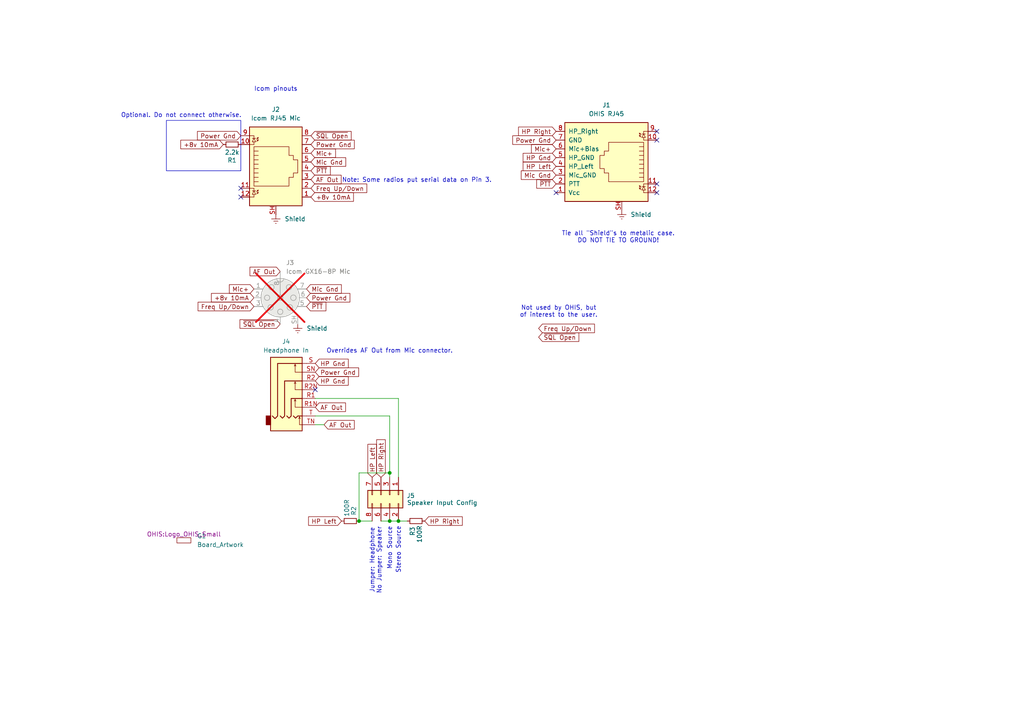
<source format=kicad_sch>
(kicad_sch (version 20231120) (generator "eeschema") (generator_version "8.0")
  (paper "A4")
  (lib_symbols
    (symbol "Connector:RJ45_LED_Shielded" (pin_names (offset 1.016))
      (property "Reference" "J" (at -5.08 13.97 0))
      (property "Value" "RJ45_LED_Shielded" (at 1.27 13.97 0))
      (symbol "RJ45_LED_Shielded_0_1"
        (polyline (pts (xy -7.62 -7.62) (xy -6.35 -7.62)))
        (polyline (pts (xy -7.62 -5.08) (xy -6.35 -5.08)))
        (polyline (pts (xy -7.62 7.62) (xy -6.35 7.62)))
        (polyline (pts (xy -7.62 10.16) (xy -6.35 10.16)))
        (polyline (pts (xy -6.858 -5.842) (xy -5.842 -5.842)))
        (polyline (pts (xy -6.858 9.398) (xy -5.842 9.398)))
        (polyline (pts (xy -6.35 -7.62) (xy -6.35 -6.858)))
        (polyline (pts (xy -6.35 -5.08) (xy -6.35 -5.842)))
        (polyline (pts (xy -6.35 7.62) (xy -6.35 8.382)))
        (polyline (pts (xy -6.35 10.16) (xy -6.35 9.398)))
        (polyline (pts (xy -5.08 -6.223) (xy -5.207 -6.604)))
        (polyline (pts (xy -5.08 -5.588) (xy -5.207 -5.969)))
        (polyline (pts (xy -5.08 4.445) (xy -6.35 4.445)))
        (polyline (pts (xy -5.08 5.715) (xy -6.35 5.715)))
        (polyline (pts (xy -5.08 9.017) (xy -5.207 8.636)))
        (polyline (pts (xy -5.08 9.652) (xy -5.207 9.271)))
        (polyline (pts (xy -6.35 -3.175) (xy -5.08 -3.175) (xy -5.08 -3.175)))
        (polyline (pts (xy -6.35 -1.905) (xy -5.08 -1.905) (xy -5.08 -1.905)))
        (polyline (pts (xy -6.35 -0.635) (xy -5.08 -0.635) (xy -5.08 -0.635)))
        (polyline (pts (xy -6.35 0.635) (xy -5.08 0.635) (xy -5.08 0.635)))
        (polyline (pts (xy -6.35 1.905) (xy -5.08 1.905) (xy -5.08 1.905)))
        (polyline (pts (xy -5.588 -6.731) (xy -5.08 -6.223) (xy -5.461 -6.35)))
        (polyline (pts (xy -5.588 -6.096) (xy -5.08 -5.588) (xy -5.461 -5.715)))
        (polyline (pts (xy -5.588 8.509) (xy -5.08 9.017) (xy -5.461 8.89)))
        (polyline (pts (xy -5.588 9.144) (xy -5.08 9.652) (xy -5.461 9.525)))
        (polyline (pts (xy -5.08 3.175) (xy -6.35 3.175) (xy -6.35 3.175)))
        (polyline (pts (xy -6.35 -5.842) (xy -6.858 -6.858) (xy -5.842 -6.858) (xy -6.35 -5.842)))
        (polyline (pts (xy -6.35 9.398) (xy -6.858 8.382) (xy -5.842 8.382) (xy -6.35 9.398)))
        (polyline (pts (xy -6.35 -4.445) (xy -6.35 6.985) (xy 3.81 6.985) (xy 3.81 4.445) (xy 5.08 4.445) (xy 5.08 3.175) (xy 6.35 3.175) (xy 6.35 -0.635) (xy 5.08 -0.635) (xy 5.08 -1.905) (xy 3.81 -1.905) (xy 3.81 -4.445) (xy -6.35 -4.445) (xy -6.35 -4.445)))
        (rectangle (start 7.62 12.7) (end -7.62 -10.16) (stroke (width 0.254)) (fill (type background)))
      )
      (symbol "RJ45_LED_Shielded_1_1"
        (pin passive line (at 10.16 -7.62 180) (length 2.54) (name "~") (number "1"))
        (pin passive line (at -10.16 7.62 0) (length 2.54) (name "~") (number "10"))
        (pin passive line (at -10.16 -5.08 0) (length 2.54) (name "~") (number "11"))
        (pin passive line (at -10.16 -7.62 0) (length 2.54) (name "~") (number "12"))
        (pin passive line (at 10.16 -5.08 180) (length 2.54) (name "~") (number "2"))
        (pin passive line (at 10.16 -2.54 180) (length 2.54) (name "~") (number "3"))
        (pin passive line (at 10.16 0 180) (length 2.54) (name "~") (number "4"))
        (pin passive line (at 10.16 2.54 180) (length 2.54) (name "~") (number "5"))
        (pin passive line (at 10.16 5.08 180) (length 2.54) (name "~") (number "6"))
        (pin passive line (at 10.16 7.62 180) (length 2.54) (name "~") (number "7"))
        (pin passive line (at 10.16 10.16 180) (length 2.54) (name "~") (number "8"))
        (pin passive line (at -10.16 10.16 0) (length 2.54) (name "~") (number "9"))
        (pin passive line (at 0 -12.7 90) (length 2.54) (name "~") (number "SH"))
      )
    )
    (symbol "Connector_Generic:Conn_02x04_Odd_Even" (pin_names (offset 1.016) hide)
      (property "Reference" "J" (at 1.27 5.08 0))
      (property "Value" "Conn_02x04_Odd_Even" (at 1.27 -7.62 0))
      (symbol "Conn_02x04_Odd_Even_1_1"
        (rectangle (start -1.27 -4.953) (end 0 -5.207) (stroke (width 0.1524)))
        (rectangle (start -1.27 -2.413) (end 0 -2.667) (stroke (width 0.1524)))
        (rectangle (start -1.27 0.127) (end 0 -0.127) (stroke (width 0.1524)))
        (rectangle (start -1.27 2.667) (end 0 2.413) (stroke (width 0.1524)))
        (rectangle (start -1.27 3.81) (end 3.81 -6.35) (stroke (width 0.254)) (fill (type background)))
        (rectangle (start 3.81 -4.953) (end 2.54 -5.207) (stroke (width 0.1524)))
        (rectangle (start 3.81 -2.413) (end 2.54 -2.667) (stroke (width 0.1524)))
        (rectangle (start 3.81 0.127) (end 2.54 -0.127) (stroke (width 0.1524)))
        (rectangle (start 3.81 2.667) (end 2.54 2.413) (stroke (width 0.1524)))
        (pin passive line (at -5.08 2.54 0) (length 3.81) (name "Pin_1") (number "1"))
        (pin passive line (at 7.62 2.54 180) (length 3.81) (name "Pin_2") (number "2"))
        (pin passive line (at -5.08 0 0) (length 3.81) (name "Pin_3") (number "3"))
        (pin passive line (at 7.62 0 180) (length 3.81) (name "Pin_4") (number "4"))
        (pin passive line (at -5.08 -2.54 0) (length 3.81) (name "Pin_5") (number "5"))
        (pin passive line (at 7.62 -2.54 180) (length 3.81) (name "Pin_6") (number "6"))
        (pin passive line (at -5.08 -5.08 0) (length 3.81) (name "Pin_7") (number "7"))
        (pin passive line (at 7.62 -5.08 180) (length 3.81) (name "Pin_8") (number "8"))
      )
    )
    (symbol "Device:R_Small" (pin_numbers hide) (pin_names (offset 0.254) hide)
      (property "Reference" "R" (at 0.762 0.508 0))
      (property "Value" "R_Small" (at 0.762 -1.016 0))
      (symbol "R_Small_0_1"
        (rectangle (start -0.762 1.778) (end 0.762 -1.778) (stroke (width 0.2032)))
      )
      (symbol "R_Small_1_1"
        (pin passive line (at 0 2.54 270) (length 0.762) (name "~") (number "1"))
        (pin passive line (at 0 -2.54 90) (length 0.762) (name "~") (number "2"))
      )
    )
    (symbol "OHIS:Conn_GX16-8p"
      (property "Reference" "J" (at -3.302 6.604 0))
      (symbol "Conn_GX16-8p_0_1"
        (circle (center -3.81 0) (radius 0.762))
        (circle (center -2.794 -2.794) (radius 0.762))
        (circle (center -2.54 3.048) (radius 0.762))
        (arc (start -1.016 5.588) (mid 0 4.572) (end 1.016 5.588))
        (circle (center 0 -4.064) (radius 0.762))
        (polyline (pts (xy 5.08 -5.08) (xy 3.81 -4.064)))
        (circle (center 0 0) (radius 0.762))
        (circle (center 2.54 3.048) (radius 0.762))
        (circle (center 2.794 -2.794) (radius 0.8032))
        (circle (center 3.81 0) (radius 0.8032))
      )
      (symbol "Conn_GX16-8p_1_1"
        (circle (center 0 0) (radius 5.588) (fill (type background)))
        (pin input line (at -7.62 2.54 0) (length 2.54) (name "") (number "1"))
        (pin input line (at -7.62 0 0) (length 2.032) (name "") (number "2"))
        (pin input line (at -7.62 -2.54 0) (length 2.54) (name "") (number "3"))
        (pin input line (at 0 -7.62 90) (length 2.032) (name "") (number "4"))
        (pin input line (at 7.62 -2.54 180) (length 2.54) (name "") (number "5"))
        (pin input line (at 7.62 0 180) (length 2.032) (name "") (number "6"))
        (pin input line (at 7.62 2.54 180) (length 2.54) (name "") (number "7"))
        (pin input line (at 0 7.62 270) (length 6.858) (name "") (number "8"))
        (pin input line (at 5.08 -7.62 90) (length 2.54) (name "") (number "SH"))
      )
    )
    (symbol "OHIS:Conn_RJ45_OHIS_LED_Shield" (pin_names (offset 1.016))
      (property "Reference" "J" (at -5.08 13.97 0))
      (property "Value" "Conn_RJ45_OHIS_LED_Shield" (at -8.89 17.78 0))
      (symbol "Conn_RJ45_OHIS_LED_Shield_0_1"
        (rectangle (start -7.62 12.7) (end 16.51 -10.16) (stroke (width 0.254)) (fill (type background)))
        (polyline (pts (xy -7.62 -7.62) (xy -6.35 -7.62)))
        (polyline (pts (xy -7.62 -5.08) (xy -6.35 -5.08)))
        (polyline (pts (xy -7.62 7.62) (xy -6.35 7.62)))
        (polyline (pts (xy -7.62 10.16) (xy -6.35 10.16)))
        (polyline (pts (xy -6.858 -5.842) (xy -5.842 -5.842)))
        (polyline (pts (xy -6.858 9.398) (xy -5.842 9.398)))
        (polyline (pts (xy -6.35 -7.62) (xy -6.35 -6.858)))
        (polyline (pts (xy -6.35 -5.08) (xy -6.35 -5.842)))
        (polyline (pts (xy -6.35 7.62) (xy -6.35 8.382)))
        (polyline (pts (xy -6.35 10.16) (xy -6.35 9.398)))
        (polyline (pts (xy -5.08 -6.223) (xy -5.207 -6.604)))
        (polyline (pts (xy -5.08 -5.588) (xy -5.207 -5.969)))
        (polyline (pts (xy -5.08 4.445) (xy -6.35 4.445)))
        (polyline (pts (xy -5.08 5.715) (xy -6.35 5.715)))
        (polyline (pts (xy -5.08 9.017) (xy -5.207 8.636)))
        (polyline (pts (xy -5.08 9.652) (xy -5.207 9.271)))
        (polyline (pts (xy -6.35 -3.175) (xy -5.08 -3.175) (xy -5.08 -3.175)))
        (polyline (pts (xy -6.35 -1.905) (xy -5.08 -1.905) (xy -5.08 -1.905)))
        (polyline (pts (xy -6.35 -0.635) (xy -5.08 -0.635) (xy -5.08 -0.635)))
        (polyline (pts (xy -6.35 0.635) (xy -5.08 0.635) (xy -5.08 0.635)))
        (polyline (pts (xy -6.35 1.905) (xy -5.08 1.905) (xy -5.08 1.905)))
        (polyline (pts (xy -5.588 -6.731) (xy -5.08 -6.223) (xy -5.461 -6.35)))
        (polyline (pts (xy -5.588 -6.096) (xy -5.08 -5.588) (xy -5.461 -5.715)))
        (polyline (pts (xy -5.588 8.509) (xy -5.08 9.017) (xy -5.461 8.89)))
        (polyline (pts (xy -5.588 9.144) (xy -5.08 9.652) (xy -5.461 9.525)))
        (polyline (pts (xy -5.08 3.175) (xy -6.35 3.175) (xy -6.35 3.175)))
        (polyline (pts (xy -6.35 -5.842) (xy -6.858 -6.858) (xy -5.842 -6.858) (xy -6.35 -5.842)))
        (polyline (pts (xy -6.35 9.398) (xy -6.858 8.382) (xy -5.842 8.382) (xy -6.35 9.398)))
        (polyline (pts (xy -6.35 -4.445) (xy -6.35 6.985) (xy 3.81 6.985) (xy 3.81 4.445) (xy 5.08 4.445) (xy 5.08 3.175) (xy 6.35 3.175) (xy 6.35 -0.635) (xy 5.08 -0.635) (xy 5.08 -1.905) (xy 3.81 -1.905) (xy 3.81 -4.445) (xy -6.35 -4.445) (xy -6.35 -4.445)))
      )
      (symbol "Conn_RJ45_OHIS_LED_Shield_1_1"
        (pin passive line (at 19.05 -7.62 180) (length 2.54) (name "Vcc") (number "1"))
        (pin passive line (at -10.16 7.62 0) (length 2.54) (name "~") (number "10"))
        (pin passive line (at -10.16 -5.08 0) (length 2.54) (name "~") (number "11"))
        (pin passive line (at -10.16 -7.62 0) (length 2.54) (name "~") (number "12"))
        (pin passive line (at 19.05 -5.08 180) (length 2.54) (name "PTT") (number "2"))
        (pin passive line (at 19.05 -2.54 180) (length 2.54) (name "Mic_GND") (number "3"))
        (pin passive line (at 19.05 0 180) (length 2.54) (name "HP_Left") (number "4"))
        (pin passive line (at 19.05 2.54 180) (length 2.54) (name "HP_GND") (number "5"))
        (pin passive line (at 19.05 5.08 180) (length 2.54) (name "Mic+Bias") (number "6"))
        (pin passive line (at 19.05 7.62 180) (length 2.54) (name "GND") (number "7"))
        (pin passive line (at 19.05 10.16 180) (length 2.54) (name "HP_Right") (number "8"))
        (pin passive line (at -10.16 10.16 0) (length 2.54) (name "~") (number "9"))
        (pin passive line (at 0 -12.7 90) (length 2.54) (name "~") (number "SH"))
      )
    )
    (symbol "Smitty:AudioJack4_SwitchTR1R2S"
      (property "Reference" "J" (at -3.048 14.986 0))
      (property "Value" "AudioJack4_SwitchTR1R2S" (at -2.794 13.208 0))
      (symbol "AudioJack4_SwitchTR1R2S_0_1"
        (rectangle (start -9.144 -5.08) (end -7.874 -7.62) (stroke (width 0.254)) (fill (type outline)))
        (rectangle (start -7.874 11.938) (end 1.27 -9.398) (stroke (width 0.254)) (fill (type background)))
        (polyline (pts (xy 1.27 -5.08) (xy 2.54 -5.08)))
        (polyline (pts (xy 1.27 5.08) (xy 2.54 5.08)))
        (polyline (pts (xy 2.54 0) (xy 1.27 0)))
        (polyline (pts (xy 2.54 10.16) (xy 1.27 10.16)))
      )
      (symbol "AudioJack4_SwitchTR1R2S_1_1"
        (polyline (pts (xy -0.762 -0.254) (xy -0.508 -0.762)))
        (polyline (pts (xy -0.762 4.826) (xy -0.508 4.318)))
        (polyline (pts (xy -0.762 9.906) (xy -0.508 9.398)))
        (polyline (pts (xy 0.508 -5.334) (xy 0.762 -5.842)))
        (polyline (pts (xy -1.27 -5.08) (xy -0.635 -5.715) (xy 0 -5.08) (xy 1.27 -5.08)) (stroke (width 0.254)))
        (polyline (pts (xy 2.54 -7.62) (xy 0.508 -7.62) (xy 0.508 -5.334) (xy 0.254 -5.842)))
        (polyline (pts (xy 2.54 -2.54) (xy -0.762 -2.54) (xy -0.762 -0.254) (xy -1.016 -0.762)))
        (polyline (pts (xy 2.54 2.54) (xy -0.762 2.54) (xy -0.762 4.826) (xy -1.016 4.318)))
        (polyline (pts (xy 2.54 7.62) (xy -0.762 7.62) (xy -0.762 9.906) (xy -1.016 9.398)))
        (polyline (pts (xy -3.175 -5.08) (xy -2.54 -5.715) (xy -1.905 -5.08) (xy -1.905 0) (xy 1.27 0)) (stroke (width 0.254)))
        (polyline (pts (xy 1.27 5.08) (xy -3.81 5.08) (xy -3.81 -5.08) (xy -4.445 -5.715) (xy -5.08 -5.08)) (stroke (width 0.254)))
        (polyline (pts (xy 1.27 10.16) (xy -5.842 10.16) (xy -5.842 -5.08) (xy -6.604 -5.842) (xy -7.366 -5.08)) (stroke (width 0.254)))
        (pin passive line (at 5.08 0 180) (length 2.54) (name "~") (number "R1"))
        (pin passive line (at 5.08 -2.54 180) (length 2.54) (name "~") (number "R1N"))
        (pin passive line (at 5.08 5.08 180) (length 2.54) (name "~") (number "R2"))
        (pin passive line (at 5.08 2.54 180) (length 2.54) (name "~") (number "R2N"))
        (pin passive line (at 5.08 10.16 180) (length 2.54) (name "~") (number "S"))
        (pin passive line (at 5.08 7.62 180) (length 2.54) (name "~") (number "SN"))
        (pin passive line (at 5.08 -5.08 180) (length 2.54) (name "~") (number "T"))
        (pin passive line (at 5.08 -7.62 180) (length 2.54) (name "~") (number "TN"))
      )
    )
    (symbol "Smitty:Board_Artwork" (in_bom no)
      (property "Reference" "G" (at 0 0 0))
      (property "Value" "Board_Artwork" (at 0 2.032 0))
      (symbol "Board_Artwork_0_1"
        (rectangle (start -2.032 -1.016) (end 2.032 -2.54))
      )
    )
    (symbol "power:Earth" (power) (pin_numbers hide) (pin_names (offset 0) hide)
      (property "Value" "Earth" (at 0 -3.81 0))
      (symbol "Earth_0_1"
        (polyline (pts (xy -0.635 -1.905) (xy 0.635 -1.905)))
        (polyline (pts (xy -0.127 -2.54) (xy 0.127 -2.54)))
        (polyline (pts (xy 0 -1.27) (xy 0 0)))
        (polyline (pts (xy 1.27 -1.27) (xy -1.27 -1.27)))
      )
      (symbol "Earth_1_1"
        (pin power_in line (at 0 0 270) (length 0) (name "~") (number "1"))
      )
    )
  )
  (junction (at 113.03 151.13))
  (junction (at 115.57 151.13))
  (junction (at 113.03 137.16))
  (junction (at 104.14 151.13))
  (no_connect (at 69.85 54.61))
  (no_connect (at 190.5 38.1))
  (no_connect (at 190.5 53.34))
  (no_connect (at 190.5 55.88))
  (no_connect (at 69.85 57.15))
  (no_connect (at 190.5 40.64))
  (no_connect (at 161.29 55.88))
  (no_connect (at 91.44 113.03))
  (wire (pts (xy 115.57 115.57) (xy 115.57 138.43)))
  (wire (pts (xy 104.14 137.16) (xy 113.03 137.16)))
  (wire (pts (xy 93.98 123.19) (xy 91.44 123.19)))
  (wire (pts (xy 110.49 151.13) (xy 113.03 151.13)))
  (wire (pts (xy 113.03 137.16) (xy 113.03 138.43)))
  (wire (pts (xy 115.57 151.13) (xy 118.11 151.13)))
  (wire (pts (xy 91.44 115.57) (xy 115.57 115.57)))
  (wire (pts (xy 113.03 151.13) (xy 115.57 151.13)))
  (wire (pts (xy 113.03 120.65) (xy 113.03 137.16)))
  (wire (pts (xy 107.95 151.13) (xy 104.14 151.13)))
  (wire (pts (xy 91.44 120.65) (xy 113.03 120.65)))
  (wire (pts (xy 104.14 151.13) (xy 104.14 137.16)))
  (rectangle (start 48.26 49.53) (end 69.85 34.925))
  (text "Icom pinouts" (at 80.01 25.908 0) (effects (font (size 1.27 1.27))))
  (text "Not used by OHIS, but\nof interest to the user." (at 162.052 90.424 0) (effects (font (size 1.27 1.27))))
  (text "Stereo Source" (at 115.57 159.512 90) (effects (font (size 1.27 1.27))))
  (text "Overrides AF Out from Mic connector." (at 113.03 101.854 0) (effects (font (size 1.27 1.27))))
  (text "Jumper: Headphone\nNo Jumper: Speaker" (at 108.966 162.56 90) (effects (font (size 1.27 1.27))))
  (text "Note: Some radios put serial data on Pin 3." (at 120.904 52.324 0) (effects (font (size 1.27 1.27))))
  (text "Tie all \"Shield\"s to metalic case.\nDO NOT TIE TO GROUND!" (at 179.324 68.834 0) (effects (font (size 1.27 1.27))))
  (text "Optional. Do not connect otherwise." (at 52.578 33.528 0) (effects (font (size 1.27 1.27))))
  (text "Mono Source" (at 113.03 159.004 90) (effects (font (size 1.27 1.27))))
  (global_label "Mic Gnd" (shape input) (at 161.29 50.8 180) (property "Intersheetrefs" "${INTERSHEET_REFS}" (effects (hide yes))))
  (global_label "~{SQL Open}" (shape input) (at 81.28 93.98 180) (property "Intersheetrefs" "${INTERSHEET_REFS}" (effects (hide yes))))
  (global_label "~{PTT}" (shape input) (at 161.29 53.34 180) (property "Intersheetrefs" "${INTERSHEET_REFS}" (effects (hide yes))))
  (global_label "~{SQL Open}" (shape input) (at 156.21 97.79 0) (property "Intersheetrefs" "${INTERSHEET_REFS}" (effects (hide yes))))
  (global_label "Mic+" (shape input) (at 161.29 43.18 180) (property "Intersheetrefs" "${INTERSHEET_REFS}" (effects (hide yes))))
  (global_label "HP Gnd" (shape input) (at 91.44 110.49 0) (property "Intersheetrefs" "${INTERSHEET_REFS}" (effects (hide yes))))
  (global_label "Power Gnd" (shape input) (at 91.44 107.95 0) (property "Intersheetrefs" "${INTERSHEET_REFS}" (effects (hide yes))))
  (global_label "HP Right" (shape input) (at 161.29 38.1 180) (property "Intersheetrefs" "${INTERSHEET_REFS}" (effects (hide yes))))
  (global_label "AF Out" (shape input) (at 90.17 52.07 0) (property "Intersheetrefs" "${INTERSHEET_REFS}" (effects (hide yes))))
  (global_label "+8v 10mA" (shape input) (at 64.77 41.91 180) (property "Intersheetrefs" "${INTERSHEET_REFS}" (effects (hide yes))))
  (global_label "HP Left" (shape input) (at 99.06 151.13 180) (property "Intersheetrefs" "${INTERSHEET_REFS}" (effects (hide yes))))
  (global_label "AF Out" (shape input) (at 93.98 123.19 0) (property "Intersheetrefs" "${INTERSHEET_REFS}" (effects (hide yes))))
  (global_label "Mic+" (shape input) (at 73.66 83.82 180) (property "Intersheetrefs" "${INTERSHEET_REFS}" (effects (hide yes))))
  (global_label "~{PTT}" (shape input) (at 88.9 88.9 0) (property "Intersheetrefs" "${INTERSHEET_REFS}" (effects (hide yes))))
  (global_label "+8v 10mA" (shape input) (at 90.17 57.15 0) (property "Intersheetrefs" "${INTERSHEET_REFS}" (effects (hide yes))))
  (global_label "~{PTT}" (shape input) (at 90.17 49.53 0) (property "Intersheetrefs" "${INTERSHEET_REFS}" (effects (hide yes))))
  (global_label "Freq Up{slash}Down" (shape input) (at 156.21 95.25 0) (property "Intersheetrefs" "${INTERSHEET_REFS}" (effects (hide yes))))
  (global_label "AF Out" (shape input) (at 91.44 118.11 0) (property "Intersheetrefs" "${INTERSHEET_REFS}" (effects (hide yes))))
  (global_label "~{SQL Open}" (shape input) (at 90.17 39.37 0) (property "Intersheetrefs" "${INTERSHEET_REFS}" (effects (hide yes))))
  (global_label "+8v 10mA" (shape input) (at 73.66 86.36 180) (property "Intersheetrefs" "${INTERSHEET_REFS}" (effects (hide yes))))
  (global_label "HP Gnd" (shape input) (at 161.29 45.72 180) (property "Intersheetrefs" "${INTERSHEET_REFS}" (effects (hide yes))))
  (global_label "Power Gnd" (shape input) (at 69.85 39.37 180) (property "Intersheetrefs" "${INTERSHEET_REFS}" (effects (hide yes))))
  (global_label "Mic Gnd" (shape input) (at 90.17 46.99 0) (property "Intersheetrefs" "${INTERSHEET_REFS}" (effects (hide yes))))
  (global_label "Power Gnd" (shape input) (at 90.17 41.91 0) (property "Intersheetrefs" "${INTERSHEET_REFS}" (effects (hide yes))))
  (global_label "Power Gnd" (shape input) (at 88.9 86.36 0) (property "Intersheetrefs" "${INTERSHEET_REFS}" (effects (hide yes))))
  (global_label "AF Out" (shape input) (at 81.28 78.74 180) (property "Intersheetrefs" "${INTERSHEET_REFS}" (effects (hide yes))))
  (global_label "Mic+" (shape input) (at 90.17 44.45 0) (property "Intersheetrefs" "${INTERSHEET_REFS}" (effects (hide yes))))
  (global_label "HP Right" (shape input) (at 123.19 151.13 0) (property "Intersheetrefs" "${INTERSHEET_REFS}" (effects (hide yes))))
  (global_label "Freq Up{slash}Down" (shape input) (at 73.66 88.9 180) (property "Intersheetrefs" "${INTERSHEET_REFS}" (effects (hide yes))))
  (global_label "HP Left" (shape input) (at 107.95 138.43 90) (property "Intersheetrefs" "${INTERSHEET_REFS}" (effects (hide yes))))
  (global_label "HP Left" (shape input) (at 161.29 48.26 180) (property "Intersheetrefs" "${INTERSHEET_REFS}" (effects (hide yes))))
  (global_label "Power Gnd" (shape input) (at 161.29 40.64 180) (property "Intersheetrefs" "${INTERSHEET_REFS}" (effects (hide yes))))
  (global_label "Freq Up{slash}Down" (shape input) (at 90.17 54.61 0) (property "Intersheetrefs" "${INTERSHEET_REFS}" (effects (hide yes))))
  (global_label "HP Right" (shape input) (at 110.49 138.43 90) (property "Intersheetrefs" "${INTERSHEET_REFS}" (effects (hide yes))))
  (global_label "HP Gnd" (shape input) (at 91.44 105.41 0) (property "Intersheetrefs" "${INTERSHEET_REFS}" (effects (hide yes))))
  (global_label "Mic Gnd" (shape input) (at 88.9 83.82 0) (property "Intersheetrefs" "${INTERSHEET_REFS}" (effects (hide yes))))
  (symbol (lib_id "Connector:RJ45_LED_Shielded") (at 80.01 49.53 0) (unit 1)
    (property "Reference" "J2" (at 80.01 31.75 0))
    (property "Value" "Icom RJ45 Mic" (at 80.01 34.29 0))
    (property "Footprint" "Connector_RJ:RJ45_Amphenol_RJHSE538X" (effects (hide yes)))
    (property "Description" "RJ connector, 8P8C (8 positions 8 connected), two LEDs, Shielded" (effects (hide yes)))
    (property "LCSC" "C138392" (effects (hide yes)))
  )
  (symbol (lib_id "OHIS:Conn_GX16-8p") (at 81.28 86.36 0) (unit 1) (in_bom no) (on_board no) (dnp yes)
    (property "Reference" "J3" (at 82.9311 76.2 0) (effects (justify left)))
    (property "Value" "Icom GX16-8P Mic" (at 82.9311 78.74 0) (effects (justify left)))
  )
  (symbol (lib_id "OHIS:Conn_RJ45_OHIS_LED_Shield") (at 180.34 48.26 0) (mirror y) (unit 1)
    (property "Reference" "J1" (at 175.895 30.48 0))
    (property "Value" "OHIS RJ45" (at 175.895 33.02 0))
    (property "Footprint" "Connector_RJ:RJ45_Amphenol_RJHSE538X" (effects (hide yes)))
    (property "Description" "RJ connector, 8P8C (8 positions 8 connected), two LEDs, RJ45, Shielded" (effects (hide yes)))
    (property "LCSC" "C138392" (effects (hide yes)))
  )
  (symbol (lib_id "Connector_Generic:Conn_02x04_Odd_Even") (at 113.03 143.51 270) (unit 1)
    (property "Reference" "J5" (at 119.126 143.764 90))
    (property "Value" "Speaker Input Config" (at 128.27 145.796 90))
    (property "Footprint" "Connector_PinHeader_2.54mm:PinHeader_2x04_P2.54mm_Horizontal" (effects (hide yes)))
    (property "Description" "Generic connector, double row, 02x04, odd/even pin numbering scheme (row 1 odd numbers, row 2 even numbers), script generated (kicad-library-utils/schlib/autogen/connector/)" (effects (hide yes)))
    (property "LCSC" "C9139" (effects (hide yes)))
  )
  (symbol (lib_id "Smitty:AudioJack4_SwitchTR1R2S") (at 86.36 115.57 0) (unit 1)
    (property "Reference" "J4" (at 82.9945 99.06 0))
    (property "Value" "Headphone In" (at 82.9945 101.6 0))
    (property "Footprint" "Libraries:Conn_3.5mm-PJ-393_C2837065_C668609_C128990" (effects (hide yes)))
    (property "Description" "Audio Jack, 4 Poles (Stereo / TRRS), Switched TR1R2S Poles (Normalling)" (effects (hide yes)))
    (property "LCSC" "C2939584" (effects (hide yes)))
  )
  (symbol (lib_id "Device:R_Small") (at 101.6 151.13 90) (unit 1)
    (property "Reference" "R2" (at 102.616 146.812 0) (effects (justify right)))
    (property "Value" "100R" (at 100.584 144.78 0) (effects (justify right)))
    (property "Footprint" "Resistor_SMD:R_0603_1608Metric" (effects (hide yes)))
    (property "Description" "Resistor, small symbol" (effects (hide yes)))
    (property "LCSC" "C22775" (effects (hide yes)))
  )
  (symbol (lib_id "power:Earth") (at 86.36 93.98 0) (unit 1)
    (property "Reference" "#PWR03" (effects (hide yes)))
    (property "Value" "Shield" (at 88.9 95.2499 0) (effects (justify left)))
    (property "Description" "Power symbol creates a global label with name \"Earth\"" (effects (hide yes)))
  )
  (symbol (lib_id "Smitty:Board_Artwork") (at 53.34 154.94 0) (unit 1) (in_bom no)
    (property "Reference" "G1" (at 57.15 155.4479 0) (effects (justify left)))
    (property "Value" "Board_Artwork" (at 57.15 157.9879 0) (effects (justify left)))
    (property "Footprint" "OHIS:Logo_OHIS_Small" (at 53.34 154.94 0))
  )
  (symbol (lib_id "power:Earth") (at 180.34 60.96 0) (unit 1)
    (property "Reference" "#PWR02" (effects (hide yes)))
    (property "Value" "Shield" (at 182.88 62.2299 0) (effects (justify left)))
    (property "Description" "Power symbol creates a global label with name \"Earth\"" (effects (hide yes)))
  )
  (symbol (lib_id "Device:R_Small") (at 120.65 151.13 270) (unit 1)
    (property "Reference" "R3" (at 119.634 155.448 0) (effects (justify right)))
    (property "Value" "100R" (at 121.666 157.48 0) (effects (justify right)))
    (property "Footprint" "Resistor_SMD:R_0603_1608Metric" (effects (hide yes)))
    (property "Description" "Resistor, small symbol" (effects (hide yes)))
    (property "LCSC" "C22775" (effects (hide yes)))
  )
  (symbol (lib_id "Device:R_Small") (at 67.31 41.91 90) (mirror x) (unit 1)
    (property "Reference" "R1" (at 67.31 46.482 90))
    (property "Value" "2.2k" (at 67.31 44.196 90))
    (property "Footprint" "Resistor_SMD:R_0603_1608Metric" (effects (hide yes)))
    (property "Description" "Resistor, small symbol" (effects (hide yes)))
    (property "LCSC" "C4190" (effects (hide yes)))
  )
  (symbol (lib_id "power:Earth") (at 80.01 62.23 0) (unit 1)
    (property "Reference" "#PWR01" (effects (hide yes)))
    (property "Value" "Shield" (at 82.55 63.4999 0) (effects (justify left)))
    (property "Description" "Power symbol creates a global label with name \"Earth\"" (effects (hide yes)))
  )
)
</source>
